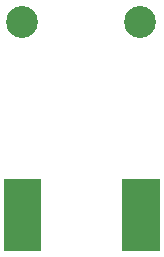
<source format=gts>
G04*
G04 #@! TF.GenerationSoftware,Altium Limited,Altium Designer,21.7.2 (23)*
G04*
G04 Layer_Color=8388736*
%FSLAX25Y25*%
%MOIN*%
G70*
G04*
G04 #@! TF.SameCoordinates,8300F03B-7B83-4255-BAC5-FFB0951DAD17*
G04*
G04*
G04 #@! TF.FilePolarity,Negative*
G04*
G01*
G75*
%ADD11C,0.02769*%
%ADD12C,0.10642*%
G36*
X419000Y257750D02*
Y233750D01*
X431500D01*
Y257750D01*
X419000D01*
D02*
G37*
G36*
X458500D02*
Y233750D01*
X471000D01*
Y257750D01*
X458500D01*
D02*
G37*
D11*
X469000Y236000D02*
D03*
Y239500D02*
D03*
Y243500D02*
D03*
Y247500D02*
D03*
Y251500D02*
D03*
X465000Y236000D02*
D03*
Y239500D02*
D03*
Y243500D02*
D03*
Y247500D02*
D03*
Y251500D02*
D03*
X460500Y236000D02*
D03*
Y239500D02*
D03*
Y243500D02*
D03*
Y247500D02*
D03*
Y251500D02*
D03*
X469000Y255500D02*
D03*
X465000D02*
D03*
X460500D02*
D03*
X429000Y236000D02*
D03*
X425000D02*
D03*
X429000Y239500D02*
D03*
X425000D02*
D03*
X429000Y243500D02*
D03*
X425000D02*
D03*
X429000Y247500D02*
D03*
X425000D02*
D03*
X429000Y251500D02*
D03*
X425000D02*
D03*
X421000Y236000D02*
D03*
Y239500D02*
D03*
Y243500D02*
D03*
Y247500D02*
D03*
Y251500D02*
D03*
X425000Y255500D02*
D03*
X429000D02*
D03*
X421000D02*
D03*
D12*
X464500Y310000D02*
D03*
X425130D02*
D03*
M02*

</source>
